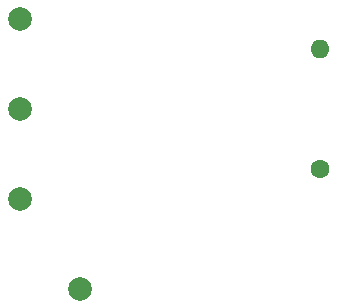
<source format=gbr>
%TF.GenerationSoftware,KiCad,Pcbnew,7.0.7*%
%TF.CreationDate,2023-08-20T03:56:39-07:00*%
%TF.ProjectId,Trial1,54726961-6c31-42e6-9b69-6361645f7063,rev?*%
%TF.SameCoordinates,Original*%
%TF.FileFunction,Soldermask,Bot*%
%TF.FilePolarity,Negative*%
%FSLAX46Y46*%
G04 Gerber Fmt 4.6, Leading zero omitted, Abs format (unit mm)*
G04 Created by KiCad (PCBNEW 7.0.7) date 2023-08-20 03:56:39*
%MOMM*%
%LPD*%
G01*
G04 APERTURE LIST*
%ADD10C,1.600000*%
%ADD11O,1.600000X1.600000*%
%ADD12C,2.000000*%
G04 APERTURE END LIST*
D10*
%TO.C,R1*%
X142240000Y-104140000D03*
D11*
X142240000Y-93980000D03*
%TD*%
D12*
%TO.C,VEE1*%
X121920000Y-114300000D03*
%TD*%
%TO.C,VCC1*%
X116840000Y-106680000D03*
%TD*%
%TO.C,Output1*%
X116840000Y-99060000D03*
%TD*%
%TO.C,Input1*%
X116840000Y-91440000D03*
%TD*%
M02*

</source>
